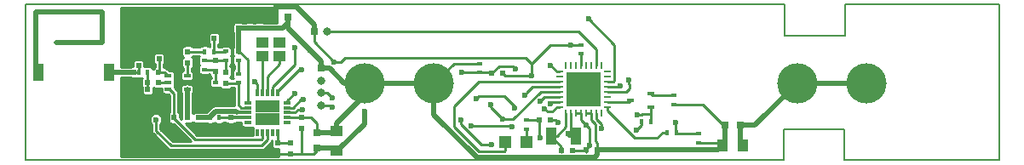
<source format=gbr>
G04 #@! TF.FileFunction,Copper,L1,Top,Signal*
%FSLAX46Y46*%
G04 Gerber Fmt 4.6, Leading zero omitted, Abs format (unit mm)*
G04 Created by KiCad (PCBNEW 4.0.2+dfsg1-stable) date mer 10 ott 2018 09:07:00 CEST*
%MOMM*%
G01*
G04 APERTURE LIST*
%ADD10C,0.100000*%
%ADD11C,0.200000*%
%ADD12C,0.500000*%
%ADD13R,0.800000X0.800000*%
%ADD14O,0.800000X0.800000*%
%ADD15R,0.600000X0.500000*%
%ADD16R,0.500000X0.600000*%
%ADD17R,0.800000X0.750000*%
%ADD18R,1.250000X1.000000*%
%ADD19R,1.000000X1.250000*%
%ADD20R,1.198880X1.198880*%
%ADD21R,0.600000X0.400000*%
%ADD22R,0.711200X0.457200*%
%ADD23R,1.150000X1.000000*%
%ADD24R,1.000000X1.800000*%
%ADD25R,0.400000X0.600000*%
%ADD26R,0.730000X0.300000*%
%ADD27R,0.300000X0.730000*%
%ADD28R,1.250000X1.250000*%
%ADD29R,0.700000X0.250000*%
%ADD30R,0.250000X0.700000*%
%ADD31R,1.725000X1.725000*%
%ADD32C,4.000000*%
%ADD33R,0.500000X0.500000*%
%ADD34R,0.650000X0.400000*%
%ADD35R,0.750000X0.800000*%
%ADD36C,0.600000*%
%ADD37C,0.250000*%
%ADD38C,0.300000*%
%ADD39C,0.226060*%
G04 APERTURE END LIST*
D10*
D11*
X173690280Y-115443000D02*
X98295460Y-115443000D01*
X195072000Y-115443000D02*
X179682660Y-115443000D01*
X179682660Y-112410240D02*
X179682660Y-115443000D01*
X173692820Y-112410240D02*
X179682660Y-112410240D01*
X173692820Y-112410240D02*
X173692820Y-115437920D01*
X173776640Y-99949000D02*
X98298000Y-99949000D01*
X195072000Y-99949000D02*
X179778660Y-99949000D01*
X179778660Y-99949000D02*
X179778660Y-103047800D01*
X173776640Y-103047800D02*
X179778660Y-103047800D01*
X173776640Y-99949000D02*
X173776640Y-103047800D01*
X98298000Y-115443000D02*
X98298000Y-99949000D01*
X195072000Y-99949000D02*
X195072000Y-115443000D01*
D12*
X105947560Y-103711560D02*
X101347560Y-103711560D01*
X105947560Y-100711560D02*
X105947560Y-103711560D01*
X99347560Y-100711560D02*
X105947560Y-100711560D01*
X99347560Y-105811560D02*
X99347560Y-100711560D01*
X109097560Y-106711560D02*
X107097560Y-106711560D01*
D13*
X127000000Y-102631240D03*
D14*
X128250000Y-102631240D03*
D15*
X110454580Y-107731560D03*
X111554580Y-107731560D03*
D16*
X113062500Y-111225240D03*
X113062500Y-112325240D03*
X124659640Y-113734360D03*
X124659640Y-114834360D03*
D17*
X124350440Y-101203760D03*
X122850440Y-101203760D03*
D16*
X123338640Y-113734360D03*
X123338640Y-114834360D03*
X118708400Y-111225240D03*
X118708400Y-112325240D03*
X119475680Y-102330340D03*
X119475680Y-101230340D03*
X120567680Y-102330340D03*
X120567680Y-101230340D03*
X118210560Y-106665940D03*
X118210560Y-107765940D03*
X117042160Y-103344980D03*
X117042160Y-102244980D03*
X117192020Y-105530560D03*
X117192020Y-106630560D03*
X121558680Y-102330340D03*
X121558680Y-101230340D03*
D18*
X129214880Y-112507520D03*
X129214880Y-114507520D03*
D16*
X125709680Y-111212540D03*
X125709680Y-112312540D03*
D15*
X114403100Y-111221520D03*
X115503100Y-111221520D03*
D16*
X111582200Y-105347860D03*
X111582200Y-104247860D03*
X114406680Y-104640200D03*
X114406680Y-105740200D03*
D19*
X167578000Y-113995000D03*
X169578000Y-113995000D03*
D16*
X110453400Y-108413460D03*
X110453400Y-109513460D03*
D15*
X155106220Y-114452600D03*
X154006220Y-114452600D03*
D16*
X109537500Y-106050080D03*
X109537500Y-104950080D03*
D15*
X152667220Y-114477600D03*
X151567220Y-114477600D03*
X149384000Y-111455000D03*
X150484000Y-111455000D03*
X144615260Y-106804860D03*
X145715260Y-106804860D03*
D20*
X148113020Y-113614000D03*
X146014980Y-113614000D03*
D21*
X116102360Y-105524300D03*
X116102360Y-106424300D03*
D22*
X160450000Y-110159400D03*
X160450000Y-108838600D03*
X158418000Y-109499000D03*
D23*
X121819900Y-105118360D03*
X123569900Y-105118360D03*
X123569900Y-103718360D03*
X121819900Y-103718360D03*
D24*
X153013000Y-113055000D03*
X150513000Y-113055000D03*
D21*
X117192020Y-107754420D03*
X117192020Y-108654420D03*
X162711000Y-109006000D03*
X162711000Y-109906000D03*
D25*
X162057000Y-112700000D03*
X162957000Y-112700000D03*
D21*
X165200000Y-113727000D03*
X165200000Y-112827000D03*
X143429260Y-105820860D03*
X143429260Y-106720860D03*
X148131000Y-111462000D03*
X148131000Y-112362000D03*
X119493260Y-104642500D03*
X119493260Y-105542500D03*
X153516000Y-104877000D03*
X153516000Y-103977000D03*
D26*
X120381880Y-109721300D03*
X120381880Y-110221300D03*
X120381880Y-110721300D03*
X120381880Y-111221300D03*
X120381880Y-111721300D03*
D27*
X121346880Y-112686300D03*
X121846880Y-112686300D03*
X122346880Y-112686300D03*
X122846880Y-112686300D03*
X123346880Y-112686300D03*
D26*
X124311880Y-111721300D03*
X124311880Y-111221300D03*
X124311880Y-110721300D03*
X124311880Y-110221300D03*
X124311880Y-109721300D03*
D27*
X123346880Y-108756300D03*
X122846880Y-108756300D03*
X122346880Y-108756300D03*
X121846880Y-108756300D03*
X121346880Y-108756300D03*
D28*
X122971880Y-111346300D03*
X122971880Y-110096300D03*
X121721880Y-111346300D03*
X121721880Y-110096300D03*
D29*
X156170000Y-110157000D03*
X156170000Y-109657000D03*
X156170000Y-109157000D03*
X156170000Y-108657000D03*
X156170000Y-108157000D03*
X156170000Y-107657000D03*
X156170000Y-107157000D03*
X156170000Y-106657000D03*
D30*
X155520000Y-106007000D03*
X155020000Y-106007000D03*
X154520000Y-106007000D03*
X154020000Y-106007000D03*
X153520000Y-106007000D03*
X153020000Y-106007000D03*
X152520000Y-106007000D03*
X152020000Y-106007000D03*
D29*
X151370000Y-106657000D03*
X151370000Y-107157000D03*
X151370000Y-107657000D03*
X151370000Y-108157000D03*
X151370000Y-108657000D03*
X151370000Y-109157000D03*
X151370000Y-109657000D03*
X151370000Y-110157000D03*
D30*
X152020000Y-110807000D03*
X152520000Y-110807000D03*
X153020000Y-110807000D03*
X153520000Y-110807000D03*
X154020000Y-110807000D03*
X154520000Y-110807000D03*
X155020000Y-110807000D03*
X155520000Y-110807000D03*
D31*
X152907500Y-107544500D03*
X152907500Y-109269500D03*
X154632500Y-107544500D03*
X154632500Y-109269500D03*
D32*
X131999000Y-107787000D03*
X138899000Y-107787000D03*
X174999000Y-107771760D03*
X181899000Y-107771760D03*
D13*
X127668020Y-106278360D03*
D14*
X127668020Y-107528360D03*
X127668020Y-108778360D03*
X127668020Y-110028360D03*
D25*
X160442060Y-111653320D03*
X159542060Y-111653320D03*
D33*
X109097560Y-106711560D03*
D24*
X106597560Y-106711560D03*
X99597560Y-106711560D03*
D25*
X116648460Y-111224060D03*
X117548460Y-111224060D03*
D34*
X114378780Y-108371400D03*
X114378780Y-107071400D03*
X112478780Y-107721400D03*
X114378780Y-107721400D03*
X112478780Y-107071400D03*
X112478780Y-108371400D03*
D25*
X116127760Y-104640380D03*
X117027760Y-104640380D03*
D21*
X118208020Y-104632760D03*
X118208020Y-105532760D03*
X119488180Y-107765000D03*
X119488180Y-106865000D03*
D25*
X109544700Y-106705400D03*
X110444700Y-106705400D03*
D17*
X167828000Y-111963000D03*
X169328000Y-111963000D03*
D35*
X127251460Y-112749900D03*
X127251460Y-114249900D03*
D36*
X121277380Y-100457000D03*
X120060720Y-100457000D03*
X118711980Y-100474780D03*
X121445020Y-114782600D03*
X119032020Y-114782600D03*
X116898420Y-114833400D03*
X114889280Y-114858800D03*
X112402620Y-114782600D03*
X111046260Y-114155220D03*
X109616240Y-114556540D03*
X108610400Y-113878360D03*
X109816900Y-113327180D03*
X108158280Y-110665260D03*
X108610400Y-112247680D03*
X109689900Y-111140240D03*
X116095780Y-112295940D03*
X119936260Y-112496600D03*
X118579900Y-108805980D03*
X116723160Y-109761020D03*
X115567460Y-109786420D03*
X116044980Y-108605320D03*
X111975900Y-110261400D03*
X111775240Y-109108240D03*
X109364780Y-109936280D03*
X108249720Y-109174280D03*
X109301280Y-108267500D03*
X108320840Y-107647740D03*
X108130340Y-105143300D03*
X110589060Y-105262680D03*
X108607860Y-103662480D03*
X113070640Y-104449880D03*
X114381280Y-103545640D03*
X113977420Y-102494080D03*
X115194080Y-102803960D03*
X118270020Y-103281480D03*
X118127780Y-101826060D03*
X116933980Y-100990400D03*
X115026440Y-100944680D03*
X113809780Y-101516180D03*
X113022380Y-103233220D03*
X110182660Y-102994460D03*
X108943140Y-102445820D03*
X110898940Y-102090220D03*
X112306100Y-101777800D03*
X111782860Y-100919280D03*
X109849920Y-101183440D03*
X108585000Y-100967540D03*
X126573280Y-104533620D03*
X115206780Y-106227880D03*
X115666520Y-107624880D03*
X110444280Y-104140000D03*
X128998980Y-105671620D03*
X154371859Y-113954947D03*
X131975860Y-110604300D03*
X148569680Y-107055920D03*
X154043380Y-111930380D03*
X149463760Y-113253520D03*
X159004000Y-112471200D03*
X152483820Y-103979980D03*
X118000780Y-112341660D03*
X117983000Y-109684820D03*
X113128781Y-105844441D03*
X110456980Y-112240060D03*
X112138460Y-112222280D03*
X111498380Y-106677460D03*
X111285020Y-111406940D03*
X152219266Y-112826796D03*
X151250096Y-111714787D03*
X147024095Y-106394245D03*
X150497540Y-109801660D03*
X141655800Y-106687620D03*
X149432223Y-109620255D03*
X125907800Y-109453680D03*
X144518380Y-109964220D03*
X145707100Y-111394060D03*
X125867988Y-110403640D03*
X157446980Y-108031980D03*
X158282640Y-107431840D03*
X149894701Y-110327592D03*
X146900900Y-110291880D03*
X143057880Y-109369860D03*
X144600837Y-113923900D03*
X141544220Y-111424720D03*
X162900360Y-111663480D03*
X128816100Y-109278420D03*
X128791557Y-110137789D03*
X159092297Y-110920169D03*
X146692620Y-112138460D03*
X142580360Y-112019080D03*
X155539360Y-112288500D03*
X125072140Y-108783120D03*
X154244040Y-101406960D03*
X125775720Y-106428540D03*
X150506426Y-106003086D03*
X125069780Y-104218740D03*
X147914180Y-108968729D03*
X121114820Y-107627420D03*
D37*
X109544700Y-106705400D02*
X109103720Y-106705400D01*
X109103720Y-106705400D02*
X109097560Y-106711560D01*
X109537500Y-106050080D02*
X109537500Y-106698200D01*
X109537500Y-106698200D02*
X109544700Y-106705400D01*
X110453400Y-108413460D02*
X110453400Y-107732740D01*
X110453400Y-107732740D02*
X110454580Y-107731560D01*
X110444700Y-106705400D02*
X110444700Y-107721680D01*
X110444700Y-107721680D02*
X110454580Y-107731560D01*
X111554580Y-107731560D02*
X112468620Y-107731560D01*
X112468620Y-107731560D02*
X112478780Y-107721400D01*
D12*
X167828000Y-111963000D02*
X167828000Y-113745000D01*
D37*
X167828000Y-113745000D02*
X167578000Y-113995000D01*
X167578000Y-113995000D02*
X167578000Y-113556820D01*
D12*
X127251460Y-112749900D02*
X128972500Y-112749900D01*
D37*
X128972500Y-112749900D02*
X129214880Y-112507520D01*
X127493840Y-112507520D02*
X127251460Y-112749900D01*
D12*
X155106220Y-114452600D02*
X155106220Y-114952600D01*
X155106220Y-114952600D02*
X154853819Y-115205001D01*
X154853819Y-115205001D02*
X154473999Y-115205001D01*
X143185253Y-115205001D02*
X154473999Y-115205001D01*
X138899000Y-110918748D02*
X143185253Y-115205001D01*
X138899000Y-107787000D02*
X138899000Y-110918748D01*
X155106220Y-114452600D02*
X167120400Y-114452600D01*
X167120400Y-114452600D02*
X167578000Y-113995000D01*
D37*
X154520000Y-111407000D02*
X154520000Y-110807000D01*
X154520000Y-111481998D02*
X154520000Y-111407000D01*
X154914340Y-111876338D02*
X154520000Y-111481998D01*
X154914340Y-113532676D02*
X154914340Y-111876338D01*
X155095480Y-114076480D02*
X155095480Y-113713816D01*
X155095480Y-113713816D02*
X154914340Y-113532676D01*
D12*
X128500376Y-106278360D02*
X130009016Y-107787000D01*
X127668020Y-106278360D02*
X128500376Y-106278360D01*
X130009016Y-107787000D02*
X131999000Y-107787000D01*
D37*
X155074000Y-114605000D02*
X155124000Y-114605000D01*
X143429260Y-105820860D02*
X140865140Y-105820860D01*
X140865140Y-105820860D02*
X138899000Y-107787000D01*
D12*
X129214880Y-112507520D02*
X129214880Y-111757520D01*
X129214880Y-111757520D02*
X131999000Y-108973400D01*
D37*
X131999000Y-108973400D02*
X131999000Y-107787000D01*
D12*
X127668020Y-105628360D02*
X126573280Y-104533620D01*
X126573280Y-104533620D02*
X124350440Y-102310780D01*
X127668020Y-106278360D02*
X127668020Y-105628360D01*
X124350440Y-102310780D02*
X124350440Y-101828760D01*
X124350440Y-101828760D02*
X124350440Y-101203760D01*
D37*
X120381880Y-109721300D02*
X120381880Y-105431120D01*
X120381880Y-105431120D02*
X119593260Y-104642500D01*
X119593260Y-104642500D02*
X119493260Y-104642500D01*
D12*
X131999000Y-107787000D02*
X134827427Y-107787000D01*
X134827427Y-107787000D02*
X138899000Y-107787000D01*
D37*
X155124000Y-114105000D02*
X155095480Y-114076480D01*
X154020000Y-110807000D02*
X154520000Y-110807000D01*
X155124000Y-114605000D02*
X155124000Y-114105000D01*
X162711000Y-109906000D02*
X165646000Y-109906000D01*
X165646000Y-109906000D02*
X167578000Y-111838000D01*
X167578000Y-111838000D02*
X167578000Y-111963000D01*
X165200000Y-113727000D02*
X167310000Y-113727000D01*
X167310000Y-113727000D02*
X167578000Y-113995000D01*
D12*
X121558680Y-102330340D02*
X123848860Y-102330340D01*
X123848860Y-102330340D02*
X124350440Y-101828760D01*
X120567680Y-102330340D02*
X121558680Y-102330340D01*
X119475680Y-102330340D02*
X120567680Y-102330340D01*
X119493260Y-104642500D02*
X119493260Y-102347920D01*
D37*
X119493260Y-102347920D02*
X119475680Y-102330340D01*
X124311880Y-111221300D02*
X125700920Y-111221300D01*
X125700920Y-111221300D02*
X125709680Y-111212540D01*
X129207260Y-112499900D02*
X129214880Y-112507520D01*
X127251460Y-112499900D02*
X127251460Y-111749900D01*
X127251460Y-111749900D02*
X126714100Y-111212540D01*
X126714100Y-111212540D02*
X126209680Y-111212540D01*
X126209680Y-111212540D02*
X125709680Y-111212540D01*
D12*
X169328000Y-111963000D02*
X169328000Y-113745000D01*
D37*
X169328000Y-113745000D02*
X169578000Y-113995000D01*
D12*
X127251460Y-114249900D02*
X128957260Y-114249900D01*
D37*
X128957260Y-114249900D02*
X129214880Y-114507520D01*
X152483820Y-103979980D02*
X150441660Y-103979980D01*
X150441660Y-103979980D02*
X148569680Y-105851960D01*
X128998980Y-105671620D02*
X129667000Y-105671620D01*
X148569680Y-105851960D02*
X148569680Y-107055920D01*
X129667000Y-105671620D02*
X130042761Y-105295859D01*
X130042761Y-105295859D02*
X148013579Y-105295859D01*
X148013579Y-105295859D02*
X148569680Y-105851960D01*
X127000000Y-102631240D02*
X127000000Y-103672640D01*
X127000000Y-103672640D02*
X128998980Y-105671620D01*
D12*
X122850440Y-101203760D02*
X122850440Y-100578760D01*
X122850440Y-100578760D02*
X123231280Y-100197920D01*
X123231280Y-100197920D02*
X125216680Y-100197920D01*
X125216680Y-100197920D02*
X127000000Y-101981240D01*
X127000000Y-101981240D02*
X127000000Y-102631240D01*
D37*
X154043380Y-111930380D02*
X153520000Y-111407000D01*
X153520000Y-111407000D02*
X153520000Y-110807000D01*
X154371859Y-113954947D02*
X154371859Y-112258859D01*
X154371859Y-112258859D02*
X154043380Y-111930380D01*
X154006220Y-114320586D02*
X154371859Y-113954947D01*
X154006220Y-114452600D02*
X154006220Y-114320586D01*
X152667220Y-114477600D02*
X153981220Y-114477600D01*
X153981220Y-114477600D02*
X154006220Y-114452600D01*
X129214880Y-114507520D02*
X129339880Y-114507520D01*
D12*
X129339880Y-114507520D02*
X131975860Y-111871540D01*
X131975860Y-111871540D02*
X131975860Y-110604300D01*
D37*
X148569680Y-107055920D02*
X145966320Y-107055920D01*
X145966320Y-107055920D02*
X145715260Y-106804860D01*
X149384000Y-111455000D02*
X149384000Y-113173760D01*
X149384000Y-113173760D02*
X149463760Y-113253520D01*
X153020000Y-110807000D02*
X153520000Y-110807000D01*
X159542060Y-111653320D02*
X159542060Y-111933140D01*
X159542060Y-111933140D02*
X159004000Y-112471200D01*
X154024000Y-114605000D02*
X154024000Y-114447998D01*
X153516000Y-103977000D02*
X152486800Y-103977000D01*
X152486800Y-103977000D02*
X152483820Y-103979980D01*
X124659640Y-114834360D02*
X125730000Y-114834360D01*
X125730000Y-114834360D02*
X126917000Y-114834360D01*
X125730000Y-112882860D02*
X125730000Y-114834360D01*
X125709680Y-112312540D02*
X125709680Y-112862540D01*
X125709680Y-112862540D02*
X125730000Y-112882860D01*
X129207260Y-114499900D02*
X129214880Y-114507520D01*
X126917000Y-114834360D02*
X127251460Y-114499900D01*
X123338640Y-114834360D02*
X124659640Y-114834360D01*
X122850440Y-101203760D02*
X122875440Y-101203760D01*
D12*
X117042160Y-102244980D02*
X113535080Y-102244980D01*
D37*
X113535080Y-102244980D02*
X111582200Y-104197860D01*
X111582200Y-104197860D02*
X111582200Y-104247860D01*
X118000780Y-112341660D02*
X118691980Y-112341660D01*
X118691980Y-112341660D02*
X118708400Y-112325240D01*
X117192020Y-108654420D02*
X117192020Y-108893840D01*
X117192020Y-108893840D02*
X117983000Y-109684820D01*
X110456980Y-112240060D02*
X110456980Y-109517040D01*
X110456980Y-109517040D02*
X110453400Y-109513460D01*
X113062500Y-112325240D02*
X112241420Y-112325240D01*
X112241420Y-112325240D02*
X112138460Y-112222280D01*
X111582200Y-104297860D02*
X111582200Y-104247860D01*
X114378780Y-107721400D02*
X113803780Y-107721400D01*
X113803780Y-107721400D02*
X113128781Y-107046401D01*
X113128781Y-107046401D02*
X113128781Y-105844441D01*
X113128781Y-105844441D02*
X111582200Y-104297860D01*
X111582200Y-104247860D02*
X110239720Y-104247860D01*
X110239720Y-104247860D02*
X109537500Y-104950080D01*
D12*
X119475680Y-101230340D02*
X118006800Y-101230340D01*
X118006800Y-101230340D02*
X117042160Y-102194980D01*
D37*
X117042160Y-102194980D02*
X117042160Y-102244980D01*
D12*
X120567680Y-101230340D02*
X119475680Y-101230340D01*
X121558680Y-101230340D02*
X120567680Y-101230340D01*
X122850440Y-101203760D02*
X121585260Y-101203760D01*
D37*
X121585260Y-101203760D02*
X121558680Y-101230340D01*
X117192020Y-108654420D02*
X116642020Y-108654420D01*
X116642020Y-108654420D02*
X115709000Y-107721400D01*
X115709000Y-107721400D02*
X114953780Y-107721400D01*
X114953780Y-107721400D02*
X114378780Y-107721400D01*
D12*
X174999000Y-107771760D02*
X170807760Y-111963000D01*
X170807760Y-111963000D02*
X169578000Y-111963000D01*
X174999000Y-107771760D02*
X177827427Y-107771760D01*
X177827427Y-107771760D02*
X181899000Y-107771760D01*
D37*
X148131000Y-111462000D02*
X149377000Y-111462000D01*
X149377000Y-111462000D02*
X149384000Y-111455000D01*
X153999000Y-114630000D02*
X154024000Y-114605000D01*
X113062500Y-111275240D02*
X113062500Y-111225240D01*
X121756882Y-113376301D02*
X115163561Y-113376301D01*
X121846880Y-113286303D02*
X121756882Y-113376301D01*
X115163561Y-113376301D02*
X113062500Y-111275240D01*
X121846880Y-112686300D02*
X121846880Y-113286303D01*
X113062500Y-111225240D02*
X113062500Y-108830120D01*
X113062500Y-108830120D02*
X112603780Y-108371400D01*
X112603780Y-108371400D02*
X112478780Y-108371400D01*
X123338640Y-113734360D02*
X124659640Y-113734360D01*
X123338640Y-113734360D02*
X123338640Y-112694540D01*
X123338640Y-112694540D02*
X123346880Y-112686300D01*
X117548460Y-111224060D02*
X118707220Y-111224060D01*
X118707220Y-111224060D02*
X118708400Y-111225240D01*
D38*
X118708400Y-111225240D02*
X120377940Y-111225240D01*
D37*
X120377940Y-111225240D02*
X120381880Y-111221300D01*
X118208020Y-105532760D02*
X118208020Y-106663400D01*
X118208020Y-106663400D02*
X118210560Y-106665940D01*
X117192020Y-105530560D02*
X118205820Y-105530560D01*
X118205820Y-105530560D02*
X118208020Y-105532760D01*
X116102360Y-105524300D02*
X117185760Y-105524300D01*
X117185760Y-105524300D02*
X117192020Y-105530560D01*
X118210560Y-107765940D02*
X119487240Y-107765940D01*
X119487240Y-107765940D02*
X119488180Y-107765000D01*
X120381880Y-110221300D02*
X119766880Y-110221300D01*
X119766880Y-110221300D02*
X119488180Y-109942600D01*
X119488180Y-109942600D02*
X119488180Y-108215000D01*
X119488180Y-108215000D02*
X119488180Y-107765000D01*
X117027760Y-104640380D02*
X118200400Y-104640380D01*
X118200400Y-104640380D02*
X118208020Y-104632760D01*
X117042160Y-103344980D02*
X117042160Y-104625980D01*
X117042160Y-104625980D02*
X117027760Y-104640380D01*
X116102360Y-106424300D02*
X116985760Y-106424300D01*
X116985760Y-106424300D02*
X117192020Y-106630560D01*
X117192020Y-107754420D02*
X117192020Y-106630560D01*
D12*
X114378780Y-108371400D02*
X114378780Y-111197200D01*
D37*
X114378780Y-111197200D02*
X114403100Y-111221520D01*
D38*
X120381880Y-110721300D02*
X119339462Y-110721300D01*
D12*
X119217221Y-110599059D02*
X117173461Y-110599059D01*
X119339462Y-110721300D02*
X119217221Y-110599059D01*
X117173461Y-110599059D02*
X116648460Y-111124060D01*
D37*
X116648460Y-111124060D02*
X116648460Y-111224060D01*
D12*
X115503100Y-111221520D02*
X116645920Y-111221520D01*
D37*
X116645920Y-111221520D02*
X116648460Y-111224060D01*
X111498380Y-106677460D02*
X112084840Y-106677460D01*
X112084840Y-106677460D02*
X112478780Y-107071400D01*
X111582200Y-105347860D02*
X111582200Y-106593640D01*
X111582200Y-106593640D02*
X111498380Y-106677460D01*
X112763300Y-114010440D02*
X111285020Y-112532160D01*
X111285020Y-112532160D02*
X111285020Y-111406940D01*
X121759153Y-114010440D02*
X112763300Y-114010440D01*
X122346880Y-113422713D02*
X121759153Y-114010440D01*
X122346880Y-112686300D02*
X122346880Y-113422713D01*
X116127760Y-104640380D02*
X114406860Y-104640380D01*
X114406860Y-104640380D02*
X114406680Y-104640200D01*
X114406680Y-105740200D02*
X114406680Y-107043500D01*
X114406680Y-107043500D02*
X114378780Y-107071400D01*
X114378780Y-105768100D02*
X114406680Y-105740200D01*
X151103677Y-113055000D02*
X150513000Y-113055000D01*
X152020000Y-112138677D02*
X151103677Y-113055000D01*
X152020000Y-110807000D02*
X152020000Y-112138677D01*
X151585000Y-114630000D02*
X151585000Y-114127000D01*
X151585000Y-114127000D02*
X150513000Y-113055000D01*
X152263000Y-113055000D02*
X152219266Y-113011266D01*
X152219266Y-113011266D02*
X152219266Y-112826796D01*
X153013000Y-113055000D02*
X152263000Y-113055000D01*
X150484000Y-111455000D02*
X150990309Y-111455000D01*
X150990309Y-111455000D02*
X151250096Y-111714787D01*
X152520000Y-110807000D02*
X152520000Y-112562000D01*
X152520000Y-112562000D02*
X153013000Y-113055000D01*
X144615260Y-106804860D02*
X144665260Y-106804860D01*
X146724096Y-106094246D02*
X147024095Y-106394245D01*
X145375874Y-106094246D02*
X146724096Y-106094246D01*
X144665260Y-106804860D02*
X145375874Y-106094246D01*
X150497540Y-109801660D02*
X150642200Y-109657000D01*
X150642200Y-109657000D02*
X151370000Y-109657000D01*
X141655800Y-106687620D02*
X143396020Y-106687620D01*
X143396020Y-106687620D02*
X143429260Y-106720860D01*
X143429260Y-106720860D02*
X144531260Y-106720860D01*
X144531260Y-106720860D02*
X144615260Y-106804860D01*
X149895478Y-109157000D02*
X149732222Y-109320256D01*
X151370000Y-109157000D02*
X149895478Y-109157000D01*
X149732222Y-109320256D02*
X149432223Y-109620255D01*
X124311880Y-110221300D02*
X124929507Y-110221300D01*
X124929507Y-110221300D02*
X125697127Y-109453680D01*
X125697127Y-109453680D02*
X125907800Y-109453680D01*
X144518380Y-109964220D02*
X144518380Y-110205340D01*
X144518380Y-110205340D02*
X145707100Y-111394060D01*
X151370000Y-108657000D02*
X149511582Y-108657000D01*
X146131364Y-111394060D02*
X145707100Y-111394060D01*
X149511582Y-108657000D02*
X146774522Y-111394060D01*
X146774522Y-111394060D02*
X146131364Y-111394060D01*
X125443724Y-110403640D02*
X125867988Y-110403640D01*
X124311880Y-110721300D02*
X125065918Y-110721300D01*
X125065918Y-110721300D02*
X125383578Y-110403640D01*
X125383578Y-110403640D02*
X125443724Y-110403640D01*
X157321960Y-108157000D02*
X157446980Y-108031980D01*
X156170000Y-108157000D02*
X157321960Y-108157000D01*
X158310580Y-108323380D02*
X157976960Y-108657000D01*
X157976960Y-108657000D02*
X156170000Y-108657000D01*
X158310580Y-107884044D02*
X158310580Y-108323380D01*
X158282640Y-107431840D02*
X158282640Y-107856104D01*
X158282640Y-107856104D02*
X158310580Y-107884044D01*
X150674409Y-110627591D02*
X150194700Y-110627591D01*
X150194700Y-110627591D02*
X149894701Y-110327592D01*
X151145000Y-110157000D02*
X150674409Y-110627591D01*
X151370000Y-110157000D02*
X151145000Y-110157000D01*
X145859221Y-109069861D02*
X146900900Y-110111540D01*
X146900900Y-110111540D02*
X146900900Y-110291880D01*
X143057880Y-109369860D02*
X143357879Y-109069861D01*
X143357879Y-109069861D02*
X145859221Y-109069861D01*
X148113020Y-113614000D02*
X148113020Y-112379980D01*
X148113020Y-112379980D02*
X148131000Y-112362000D01*
X143342360Y-114548920D02*
X140919200Y-112125760D01*
X140919200Y-112125760D02*
X140919200Y-110088680D01*
X145929500Y-114548920D02*
X143342360Y-114548920D01*
X146014980Y-113614000D02*
X146014980Y-114463440D01*
X146014980Y-114463440D02*
X145929500Y-114548920D01*
X150746079Y-107680921D02*
X150770000Y-107657000D01*
X150770000Y-107657000D02*
X151370000Y-107657000D01*
X143326959Y-107680921D02*
X150746079Y-107680921D01*
X140919200Y-110088680D02*
X143326959Y-107680921D01*
X119493260Y-105542500D02*
X119493260Y-106859920D01*
X119493260Y-106859920D02*
X119488180Y-106865000D01*
X144176573Y-113923900D02*
X144600837Y-113923900D01*
X143584890Y-113923900D02*
X144176573Y-113923900D01*
X141544220Y-111883230D02*
X143584890Y-113923900D01*
X141544220Y-111424720D02*
X141544220Y-111883230D01*
X162900360Y-111663480D02*
X162900360Y-112643360D01*
X162900360Y-112643360D02*
X162957000Y-112700000D01*
X128316040Y-108778360D02*
X128816100Y-109278420D01*
X127668020Y-108778360D02*
X128316040Y-108778360D01*
X165200000Y-112827000D02*
X163084000Y-112827000D01*
X163084000Y-112827000D02*
X162957000Y-112700000D01*
X127668020Y-110028360D02*
X128682128Y-110028360D01*
X128682128Y-110028360D02*
X128791557Y-110137789D01*
X160450000Y-110159400D02*
X160450000Y-110858300D01*
X160450000Y-110858300D02*
X160450000Y-111645380D01*
X159092297Y-110920169D02*
X159516561Y-110920169D01*
X159516561Y-110920169D02*
X159578430Y-110858300D01*
X159578430Y-110858300D02*
X160450000Y-110858300D01*
X146573240Y-112019080D02*
X146692620Y-112138460D01*
X142580360Y-112019080D02*
X146573240Y-112019080D01*
X160450000Y-111645380D02*
X160442060Y-111653320D01*
X162711000Y-109006000D02*
X160617400Y-109006000D01*
X160617400Y-109006000D02*
X160450000Y-108838600D01*
X158418000Y-109499000D02*
X158260000Y-109657000D01*
X158260000Y-109657000D02*
X156170000Y-109657000D01*
X121819900Y-105118360D02*
X121819900Y-105868360D01*
X121819900Y-105868360D02*
X121846880Y-105895340D01*
X121846880Y-105895340D02*
X121846880Y-108141300D01*
X121846880Y-108141300D02*
X121846880Y-108756300D01*
X123569900Y-105118360D02*
X123569900Y-105868360D01*
X123569900Y-105868360D02*
X122346880Y-107091380D01*
X122346880Y-107091380D02*
X122346880Y-108141300D01*
X122346880Y-108141300D02*
X122346880Y-108756300D01*
X158888000Y-113250000D02*
X156170000Y-110532000D01*
X156170000Y-110532000D02*
X156170000Y-110157000D01*
X161057000Y-113250000D02*
X158888000Y-113250000D01*
X161607000Y-112700000D02*
X161057000Y-113250000D01*
X162057000Y-112700000D02*
X161607000Y-112700000D01*
X153516000Y-104877000D02*
X153516000Y-106003000D01*
X153516000Y-106003000D02*
X153520000Y-106007000D01*
X155539360Y-111864236D02*
X155539360Y-112288500D01*
X155020000Y-110807000D02*
X155020000Y-111344876D01*
X155020000Y-111344876D02*
X155539360Y-111864236D01*
X124311880Y-109721300D02*
X124311880Y-109543380D01*
X124311880Y-109543380D02*
X125072140Y-108783120D01*
X154244040Y-101406960D02*
X156845001Y-104007921D01*
X156845001Y-104007921D02*
X156845001Y-107581999D01*
X156845001Y-107581999D02*
X156770000Y-107657000D01*
X156770000Y-107657000D02*
X156170000Y-107657000D01*
X123346880Y-108756300D02*
X123346880Y-108541300D01*
X123346880Y-108541300D02*
X125459640Y-106428540D01*
X125459640Y-106428540D02*
X125775720Y-106428540D01*
X151145000Y-106657000D02*
X150506426Y-106018426D01*
X151370000Y-106657000D02*
X151145000Y-106657000D01*
X150506426Y-106018426D02*
X150506426Y-106003086D01*
X125069780Y-104643004D02*
X125069780Y-104218740D01*
X122846880Y-108141300D02*
X125069780Y-105918400D01*
X122846880Y-108756300D02*
X122846880Y-108141300D01*
X125069780Y-105918400D02*
X125069780Y-104643004D01*
X148214179Y-108668730D02*
X147914180Y-108968729D01*
X151370000Y-108157000D02*
X148725909Y-108157000D01*
X148725909Y-108157000D02*
X148214179Y-108668730D01*
X121346880Y-108756300D02*
X121346880Y-107859480D01*
X121346880Y-107859480D02*
X121114820Y-107627420D01*
X128250000Y-102631240D02*
X153255242Y-102631240D01*
X153255242Y-102631240D02*
X155020000Y-104395998D01*
X155020000Y-104395998D02*
X155020000Y-105407000D01*
X155020000Y-105407000D02*
X155020000Y-106007000D01*
D39*
G36*
X108723388Y-107255577D02*
X108847560Y-107280722D01*
X109193167Y-107280722D01*
X109220528Y-107299417D01*
X109344700Y-107324562D01*
X109744700Y-107324562D01*
X109860702Y-107302735D01*
X109927100Y-107260009D01*
X109860563Y-107357388D01*
X109835418Y-107481560D01*
X109835418Y-107981560D01*
X109857245Y-108097562D01*
X109884238Y-108139510D01*
X109884238Y-108713460D01*
X109906065Y-108829462D01*
X109974622Y-108936002D01*
X110079228Y-109007477D01*
X110203400Y-109032622D01*
X110703400Y-109032622D01*
X110819402Y-109010795D01*
X110925942Y-108942238D01*
X110997417Y-108837632D01*
X111022562Y-108713460D01*
X111022562Y-108199067D01*
X111025802Y-108204102D01*
X111130408Y-108275577D01*
X111254580Y-108300722D01*
X111834618Y-108300722D01*
X111834618Y-108571400D01*
X111856445Y-108687402D01*
X111925002Y-108793942D01*
X112029608Y-108865417D01*
X112153780Y-108890562D01*
X112503474Y-108890562D01*
X112624470Y-109011558D01*
X112624470Y-110674254D01*
X112589958Y-110696462D01*
X112518483Y-110801068D01*
X112493338Y-110925240D01*
X112493338Y-111525240D01*
X112515165Y-111641242D01*
X112583722Y-111747782D01*
X112688328Y-111819257D01*
X112812500Y-111844402D01*
X113012194Y-111844402D01*
X114740202Y-113572410D01*
X112944738Y-113572410D01*
X111723050Y-112350722D01*
X111723050Y-111835874D01*
X111804419Y-111754647D01*
X111897943Y-111529414D01*
X111898156Y-111285536D01*
X111805025Y-111060140D01*
X111632727Y-110887541D01*
X111407494Y-110794017D01*
X111163616Y-110793804D01*
X110938220Y-110886935D01*
X110765621Y-111059233D01*
X110672097Y-111284466D01*
X110671884Y-111528344D01*
X110765015Y-111753740D01*
X110846990Y-111835858D01*
X110846990Y-112532160D01*
X110880333Y-112699787D01*
X110975286Y-112841894D01*
X112453566Y-114320174D01*
X112595673Y-114415127D01*
X112763300Y-114448470D01*
X121759153Y-114448470D01*
X121926780Y-114415127D01*
X122068887Y-114320174D01*
X122656614Y-113732447D01*
X122751567Y-113590340D01*
X122769478Y-113500295D01*
X122769478Y-114034360D01*
X122791305Y-114150362D01*
X122859862Y-114256902D01*
X122964468Y-114328377D01*
X123088640Y-114353522D01*
X123418020Y-114353522D01*
X123424376Y-115079970D01*
X107828284Y-115079970D01*
X107808980Y-107224590D01*
X108678038Y-107224590D01*
X108723388Y-107255577D01*
X108723388Y-107255577D01*
G37*
X108723388Y-107255577D02*
X108847560Y-107280722D01*
X109193167Y-107280722D01*
X109220528Y-107299417D01*
X109344700Y-107324562D01*
X109744700Y-107324562D01*
X109860702Y-107302735D01*
X109927100Y-107260009D01*
X109860563Y-107357388D01*
X109835418Y-107481560D01*
X109835418Y-107981560D01*
X109857245Y-108097562D01*
X109884238Y-108139510D01*
X109884238Y-108713460D01*
X109906065Y-108829462D01*
X109974622Y-108936002D01*
X110079228Y-109007477D01*
X110203400Y-109032622D01*
X110703400Y-109032622D01*
X110819402Y-109010795D01*
X110925942Y-108942238D01*
X110997417Y-108837632D01*
X111022562Y-108713460D01*
X111022562Y-108199067D01*
X111025802Y-108204102D01*
X111130408Y-108275577D01*
X111254580Y-108300722D01*
X111834618Y-108300722D01*
X111834618Y-108571400D01*
X111856445Y-108687402D01*
X111925002Y-108793942D01*
X112029608Y-108865417D01*
X112153780Y-108890562D01*
X112503474Y-108890562D01*
X112624470Y-109011558D01*
X112624470Y-110674254D01*
X112589958Y-110696462D01*
X112518483Y-110801068D01*
X112493338Y-110925240D01*
X112493338Y-111525240D01*
X112515165Y-111641242D01*
X112583722Y-111747782D01*
X112688328Y-111819257D01*
X112812500Y-111844402D01*
X113012194Y-111844402D01*
X114740202Y-113572410D01*
X112944738Y-113572410D01*
X111723050Y-112350722D01*
X111723050Y-111835874D01*
X111804419Y-111754647D01*
X111897943Y-111529414D01*
X111898156Y-111285536D01*
X111805025Y-111060140D01*
X111632727Y-110887541D01*
X111407494Y-110794017D01*
X111163616Y-110793804D01*
X110938220Y-110886935D01*
X110765621Y-111059233D01*
X110672097Y-111284466D01*
X110671884Y-111528344D01*
X110765015Y-111753740D01*
X110846990Y-111835858D01*
X110846990Y-112532160D01*
X110880333Y-112699787D01*
X110975286Y-112841894D01*
X112453566Y-114320174D01*
X112595673Y-114415127D01*
X112763300Y-114448470D01*
X121759153Y-114448470D01*
X121926780Y-114415127D01*
X122068887Y-114320174D01*
X122656614Y-113732447D01*
X122751567Y-113590340D01*
X122769478Y-113500295D01*
X122769478Y-114034360D01*
X122791305Y-114150362D01*
X122859862Y-114256902D01*
X122964468Y-114328377D01*
X123088640Y-114353522D01*
X123418020Y-114353522D01*
X123424376Y-115079970D01*
X107828284Y-115079970D01*
X107808980Y-107224590D01*
X108678038Y-107224590D01*
X108723388Y-107255577D01*
G36*
X114974322Y-111694062D02*
X115078928Y-111765537D01*
X115203100Y-111790682D01*
X115803100Y-111790682D01*
X115835689Y-111784550D01*
X116275220Y-111784550D01*
X116324288Y-111818077D01*
X116448460Y-111843222D01*
X116848460Y-111843222D01*
X116964462Y-111821395D01*
X117071002Y-111752838D01*
X117098139Y-111713123D01*
X117119682Y-111746602D01*
X117224288Y-111818077D01*
X117348460Y-111843222D01*
X117748460Y-111843222D01*
X117864462Y-111821395D01*
X117971002Y-111752838D01*
X118033008Y-111662090D01*
X118174480Y-111662090D01*
X118229622Y-111747782D01*
X118334228Y-111819257D01*
X118458400Y-111844402D01*
X118958400Y-111844402D01*
X119074402Y-111822575D01*
X119180942Y-111754018D01*
X119225866Y-111688270D01*
X119697718Y-111688270D01*
X119697718Y-111871300D01*
X119719545Y-111987302D01*
X119788102Y-112093842D01*
X119892708Y-112165317D01*
X120016880Y-112190462D01*
X120746880Y-112190462D01*
X120853070Y-112170481D01*
X120868102Y-112193842D01*
X120899222Y-112215106D01*
X120877718Y-112321300D01*
X120877718Y-112938271D01*
X115344999Y-112938271D01*
X114197410Y-111790682D01*
X114703100Y-111790682D01*
X114819102Y-111768855D01*
X114925642Y-111700298D01*
X114952779Y-111660583D01*
X114974322Y-111694062D01*
X114974322Y-111694062D01*
G37*
X114974322Y-111694062D02*
X115078928Y-111765537D01*
X115203100Y-111790682D01*
X115803100Y-111790682D01*
X115835689Y-111784550D01*
X116275220Y-111784550D01*
X116324288Y-111818077D01*
X116448460Y-111843222D01*
X116848460Y-111843222D01*
X116964462Y-111821395D01*
X117071002Y-111752838D01*
X117098139Y-111713123D01*
X117119682Y-111746602D01*
X117224288Y-111818077D01*
X117348460Y-111843222D01*
X117748460Y-111843222D01*
X117864462Y-111821395D01*
X117971002Y-111752838D01*
X118033008Y-111662090D01*
X118174480Y-111662090D01*
X118229622Y-111747782D01*
X118334228Y-111819257D01*
X118458400Y-111844402D01*
X118958400Y-111844402D01*
X119074402Y-111822575D01*
X119180942Y-111754018D01*
X119225866Y-111688270D01*
X119697718Y-111688270D01*
X119697718Y-111871300D01*
X119719545Y-111987302D01*
X119788102Y-112093842D01*
X119892708Y-112165317D01*
X120016880Y-112190462D01*
X120746880Y-112190462D01*
X120853070Y-112170481D01*
X120868102Y-112193842D01*
X120899222Y-112215106D01*
X120877718Y-112321300D01*
X120877718Y-112938271D01*
X115344999Y-112938271D01*
X114197410Y-111790682D01*
X114703100Y-111790682D01*
X114819102Y-111768855D01*
X114925642Y-111700298D01*
X114952779Y-111660583D01*
X114974322Y-111694062D01*
G36*
X123307907Y-101767310D02*
X121978202Y-101767310D01*
X121932852Y-101736323D01*
X121808680Y-101711178D01*
X121308680Y-101711178D01*
X121192678Y-101733005D01*
X121139367Y-101767310D01*
X120987202Y-101767310D01*
X120941852Y-101736323D01*
X120817680Y-101711178D01*
X120317680Y-101711178D01*
X120201678Y-101733005D01*
X120148367Y-101767310D01*
X119895202Y-101767310D01*
X119849852Y-101736323D01*
X119725680Y-101711178D01*
X119225680Y-101711178D01*
X119109678Y-101733005D01*
X119003138Y-101801562D01*
X118931663Y-101906168D01*
X118906518Y-102030340D01*
X118906518Y-102630340D01*
X118928345Y-102746342D01*
X118930230Y-102749271D01*
X118930230Y-104272978D01*
X118899243Y-104318328D01*
X118874098Y-104442500D01*
X118874098Y-104842500D01*
X118895925Y-104958502D01*
X118964482Y-105065042D01*
X119004197Y-105092179D01*
X118970718Y-105113722D01*
X118899243Y-105218328D01*
X118874098Y-105342500D01*
X118874098Y-105742500D01*
X118895925Y-105858502D01*
X118964482Y-105965042D01*
X119055230Y-106027048D01*
X119055230Y-106378571D01*
X118965638Y-106436222D01*
X118894163Y-106540828D01*
X118869018Y-106665000D01*
X118869018Y-107065000D01*
X118890845Y-107181002D01*
X118959402Y-107287542D01*
X118999117Y-107314679D01*
X118978555Y-107327910D01*
X118743720Y-107327910D01*
X118689338Y-107243398D01*
X118649623Y-107216261D01*
X118683102Y-107194718D01*
X118754577Y-107090112D01*
X118779722Y-106965940D01*
X118779722Y-106365940D01*
X118757895Y-106249938D01*
X118689338Y-106143398D01*
X118646050Y-106113820D01*
X118646050Y-106015920D01*
X118730562Y-105961538D01*
X118802037Y-105856932D01*
X118827182Y-105732760D01*
X118827182Y-105332760D01*
X118805355Y-105216758D01*
X118736798Y-105110218D01*
X118697083Y-105083081D01*
X118730562Y-105061538D01*
X118802037Y-104956932D01*
X118827182Y-104832760D01*
X118827182Y-104432760D01*
X118805355Y-104316758D01*
X118736798Y-104210218D01*
X118632192Y-104138743D01*
X118508020Y-104113598D01*
X117908020Y-104113598D01*
X117792018Y-104135425D01*
X117688014Y-104202350D01*
X117510920Y-104202350D01*
X117480190Y-104154594D01*
X117480190Y-103895966D01*
X117514702Y-103873758D01*
X117586177Y-103769152D01*
X117611322Y-103644980D01*
X117611322Y-103044980D01*
X117589495Y-102928978D01*
X117520938Y-102822438D01*
X117416332Y-102750963D01*
X117292160Y-102725818D01*
X116792160Y-102725818D01*
X116676158Y-102747645D01*
X116569618Y-102816202D01*
X116498143Y-102920808D01*
X116472998Y-103044980D01*
X116472998Y-103644980D01*
X116494825Y-103760982D01*
X116563382Y-103867522D01*
X116604130Y-103895364D01*
X116604130Y-104113194D01*
X116578081Y-104151317D01*
X116556538Y-104117838D01*
X116451932Y-104046363D01*
X116327760Y-104021218D01*
X115927760Y-104021218D01*
X115811758Y-104043045D01*
X115705218Y-104111602D01*
X115643212Y-104202350D01*
X114939956Y-104202350D01*
X114885458Y-104117658D01*
X114780852Y-104046183D01*
X114656680Y-104021038D01*
X114156680Y-104021038D01*
X114040678Y-104042865D01*
X113934138Y-104111422D01*
X113862663Y-104216028D01*
X113837518Y-104340200D01*
X113837518Y-104940200D01*
X113859345Y-105056202D01*
X113927902Y-105162742D01*
X113967617Y-105189879D01*
X113934138Y-105211422D01*
X113862663Y-105316028D01*
X113837518Y-105440200D01*
X113837518Y-106040200D01*
X113859345Y-106156202D01*
X113927902Y-106262742D01*
X113968650Y-106290584D01*
X113968650Y-106568256D01*
X113937778Y-106574065D01*
X113831238Y-106642622D01*
X113759763Y-106747228D01*
X113734618Y-106871400D01*
X113734618Y-107271400D01*
X113756445Y-107387402D01*
X113825002Y-107493942D01*
X113929608Y-107565417D01*
X114053780Y-107590562D01*
X114703780Y-107590562D01*
X114819782Y-107568735D01*
X114926322Y-107500178D01*
X114997797Y-107395572D01*
X115022942Y-107271400D01*
X115022942Y-106871400D01*
X115001115Y-106755398D01*
X114932558Y-106648858D01*
X114844710Y-106588833D01*
X114844710Y-106291186D01*
X114879222Y-106268978D01*
X114950697Y-106164372D01*
X114975842Y-106040200D01*
X114975842Y-105440200D01*
X114954015Y-105324198D01*
X114885458Y-105217658D01*
X114845743Y-105190521D01*
X114879222Y-105168978D01*
X114941105Y-105078410D01*
X115606411Y-105078410D01*
X115579818Y-105095522D01*
X115508343Y-105200128D01*
X115483198Y-105324300D01*
X115483198Y-105724300D01*
X115505025Y-105840302D01*
X115573582Y-105946842D01*
X115613297Y-105973979D01*
X115579818Y-105995522D01*
X115508343Y-106100128D01*
X115483198Y-106224300D01*
X115483198Y-106624300D01*
X115505025Y-106740302D01*
X115573582Y-106846842D01*
X115678188Y-106918317D01*
X115802360Y-106943462D01*
X116402360Y-106943462D01*
X116518362Y-106921635D01*
X116610524Y-106862330D01*
X116622858Y-106862330D01*
X116622858Y-106930560D01*
X116644685Y-107046562D01*
X116713242Y-107153102D01*
X116753990Y-107180944D01*
X116753990Y-107271260D01*
X116669478Y-107325642D01*
X116598003Y-107430248D01*
X116572858Y-107554420D01*
X116572858Y-107954420D01*
X116594685Y-108070422D01*
X116663242Y-108176962D01*
X116767848Y-108248437D01*
X116892020Y-108273582D01*
X117492020Y-108273582D01*
X117608022Y-108251755D01*
X117678829Y-108206192D01*
X117731782Y-108288482D01*
X117836388Y-108359957D01*
X117960560Y-108385102D01*
X118460560Y-108385102D01*
X118576562Y-108363275D01*
X118683102Y-108294718D01*
X118745108Y-108203970D01*
X118983445Y-108203970D01*
X119050150Y-108249548D01*
X119050150Y-109942600D01*
X119068734Y-110036029D01*
X117173461Y-110036029D01*
X116957999Y-110078887D01*
X116775339Y-110200936D01*
X116353512Y-110622763D01*
X116332458Y-110626725D01*
X116283094Y-110658490D01*
X115833381Y-110658490D01*
X115803100Y-110652358D01*
X115203100Y-110652358D01*
X115087098Y-110674185D01*
X114980558Y-110742742D01*
X114953421Y-110782457D01*
X114941810Y-110764413D01*
X114941810Y-108777511D01*
X114997797Y-108695572D01*
X115022942Y-108571400D01*
X115022942Y-108171400D01*
X115001115Y-108055398D01*
X114932558Y-107948858D01*
X114827952Y-107877383D01*
X114703780Y-107852238D01*
X114595754Y-107852238D01*
X114594242Y-107851228D01*
X114378780Y-107808370D01*
X114163318Y-107851228D01*
X114161806Y-107852238D01*
X114053780Y-107852238D01*
X113937778Y-107874065D01*
X113831238Y-107942622D01*
X113759763Y-108047228D01*
X113734618Y-108171400D01*
X113734618Y-108571400D01*
X113756445Y-108687402D01*
X113815750Y-108779564D01*
X113815750Y-110837591D01*
X113809083Y-110847348D01*
X113783938Y-110971520D01*
X113783938Y-111377210D01*
X113631662Y-111224934D01*
X113631662Y-110925240D01*
X113609835Y-110809238D01*
X113541278Y-110702698D01*
X113500530Y-110674856D01*
X113500530Y-108830120D01*
X113467187Y-108662493D01*
X113372234Y-108520386D01*
X113122942Y-108271094D01*
X113122942Y-108171400D01*
X113101115Y-108055398D01*
X113096249Y-108047837D01*
X113097797Y-108045572D01*
X113122942Y-107921400D01*
X113122942Y-107521400D01*
X113101115Y-107405398D01*
X113096249Y-107397837D01*
X113097797Y-107395572D01*
X113122942Y-107271400D01*
X113122942Y-106871400D01*
X113101115Y-106755398D01*
X113032558Y-106648858D01*
X112927952Y-106577383D01*
X112803780Y-106552238D01*
X112579086Y-106552238D01*
X112394574Y-106367726D01*
X112252467Y-106272773D01*
X112084840Y-106239430D01*
X112020230Y-106239430D01*
X112020230Y-105898846D01*
X112054742Y-105876638D01*
X112126217Y-105772032D01*
X112151362Y-105647860D01*
X112151362Y-105047860D01*
X112129535Y-104931858D01*
X112060978Y-104825318D01*
X111956372Y-104753843D01*
X111832200Y-104728698D01*
X111332200Y-104728698D01*
X111216198Y-104750525D01*
X111109658Y-104819082D01*
X111038183Y-104923688D01*
X111013038Y-105047860D01*
X111013038Y-105647860D01*
X111034865Y-105763862D01*
X111103422Y-105870402D01*
X111144170Y-105898244D01*
X111144170Y-106164852D01*
X110978981Y-106329753D01*
X110958782Y-106378399D01*
X110942035Y-106289398D01*
X110873478Y-106182858D01*
X110768872Y-106111383D01*
X110644700Y-106086238D01*
X110244700Y-106086238D01*
X110128698Y-106108065D01*
X110106662Y-106122245D01*
X110106662Y-105750080D01*
X110084835Y-105634078D01*
X110016278Y-105527538D01*
X109911672Y-105456063D01*
X109787500Y-105430918D01*
X109287500Y-105430918D01*
X109171498Y-105452745D01*
X109064958Y-105521302D01*
X108993483Y-105625908D01*
X108968338Y-105750080D01*
X108968338Y-106142398D01*
X108847560Y-106142398D01*
X108731558Y-106164225D01*
X108678247Y-106198530D01*
X107806459Y-106198530D01*
X107791993Y-100312030D01*
X123295175Y-100312030D01*
X123307907Y-101767310D01*
X123307907Y-101767310D01*
G37*
X123307907Y-101767310D02*
X121978202Y-101767310D01*
X121932852Y-101736323D01*
X121808680Y-101711178D01*
X121308680Y-101711178D01*
X121192678Y-101733005D01*
X121139367Y-101767310D01*
X120987202Y-101767310D01*
X120941852Y-101736323D01*
X120817680Y-101711178D01*
X120317680Y-101711178D01*
X120201678Y-101733005D01*
X120148367Y-101767310D01*
X119895202Y-101767310D01*
X119849852Y-101736323D01*
X119725680Y-101711178D01*
X119225680Y-101711178D01*
X119109678Y-101733005D01*
X119003138Y-101801562D01*
X118931663Y-101906168D01*
X118906518Y-102030340D01*
X118906518Y-102630340D01*
X118928345Y-102746342D01*
X118930230Y-102749271D01*
X118930230Y-104272978D01*
X118899243Y-104318328D01*
X118874098Y-104442500D01*
X118874098Y-104842500D01*
X118895925Y-104958502D01*
X118964482Y-105065042D01*
X119004197Y-105092179D01*
X118970718Y-105113722D01*
X118899243Y-105218328D01*
X118874098Y-105342500D01*
X118874098Y-105742500D01*
X118895925Y-105858502D01*
X118964482Y-105965042D01*
X119055230Y-106027048D01*
X119055230Y-106378571D01*
X118965638Y-106436222D01*
X118894163Y-106540828D01*
X118869018Y-106665000D01*
X118869018Y-107065000D01*
X118890845Y-107181002D01*
X118959402Y-107287542D01*
X118999117Y-107314679D01*
X118978555Y-107327910D01*
X118743720Y-107327910D01*
X118689338Y-107243398D01*
X118649623Y-107216261D01*
X118683102Y-107194718D01*
X118754577Y-107090112D01*
X118779722Y-106965940D01*
X118779722Y-106365940D01*
X118757895Y-106249938D01*
X118689338Y-106143398D01*
X118646050Y-106113820D01*
X118646050Y-106015920D01*
X118730562Y-105961538D01*
X118802037Y-105856932D01*
X118827182Y-105732760D01*
X118827182Y-105332760D01*
X118805355Y-105216758D01*
X118736798Y-105110218D01*
X118697083Y-105083081D01*
X118730562Y-105061538D01*
X118802037Y-104956932D01*
X118827182Y-104832760D01*
X118827182Y-104432760D01*
X118805355Y-104316758D01*
X118736798Y-104210218D01*
X118632192Y-104138743D01*
X118508020Y-104113598D01*
X117908020Y-104113598D01*
X117792018Y-104135425D01*
X117688014Y-104202350D01*
X117510920Y-104202350D01*
X117480190Y-104154594D01*
X117480190Y-103895966D01*
X117514702Y-103873758D01*
X117586177Y-103769152D01*
X117611322Y-103644980D01*
X117611322Y-103044980D01*
X117589495Y-102928978D01*
X117520938Y-102822438D01*
X117416332Y-102750963D01*
X117292160Y-102725818D01*
X116792160Y-102725818D01*
X116676158Y-102747645D01*
X116569618Y-102816202D01*
X116498143Y-102920808D01*
X116472998Y-103044980D01*
X116472998Y-103644980D01*
X116494825Y-103760982D01*
X116563382Y-103867522D01*
X116604130Y-103895364D01*
X116604130Y-104113194D01*
X116578081Y-104151317D01*
X116556538Y-104117838D01*
X116451932Y-104046363D01*
X116327760Y-104021218D01*
X115927760Y-104021218D01*
X115811758Y-104043045D01*
X115705218Y-104111602D01*
X115643212Y-104202350D01*
X114939956Y-104202350D01*
X114885458Y-104117658D01*
X114780852Y-104046183D01*
X114656680Y-104021038D01*
X114156680Y-104021038D01*
X114040678Y-104042865D01*
X113934138Y-104111422D01*
X113862663Y-104216028D01*
X113837518Y-104340200D01*
X113837518Y-104940200D01*
X113859345Y-105056202D01*
X113927902Y-105162742D01*
X113967617Y-105189879D01*
X113934138Y-105211422D01*
X113862663Y-105316028D01*
X113837518Y-105440200D01*
X113837518Y-106040200D01*
X113859345Y-106156202D01*
X113927902Y-106262742D01*
X113968650Y-106290584D01*
X113968650Y-106568256D01*
X113937778Y-106574065D01*
X113831238Y-106642622D01*
X113759763Y-106747228D01*
X113734618Y-106871400D01*
X113734618Y-107271400D01*
X113756445Y-107387402D01*
X113825002Y-107493942D01*
X113929608Y-107565417D01*
X114053780Y-107590562D01*
X114703780Y-107590562D01*
X114819782Y-107568735D01*
X114926322Y-107500178D01*
X114997797Y-107395572D01*
X115022942Y-107271400D01*
X115022942Y-106871400D01*
X115001115Y-106755398D01*
X114932558Y-106648858D01*
X114844710Y-106588833D01*
X114844710Y-106291186D01*
X114879222Y-106268978D01*
X114950697Y-106164372D01*
X114975842Y-106040200D01*
X114975842Y-105440200D01*
X114954015Y-105324198D01*
X114885458Y-105217658D01*
X114845743Y-105190521D01*
X114879222Y-105168978D01*
X114941105Y-105078410D01*
X115606411Y-105078410D01*
X115579818Y-105095522D01*
X115508343Y-105200128D01*
X115483198Y-105324300D01*
X115483198Y-105724300D01*
X115505025Y-105840302D01*
X115573582Y-105946842D01*
X115613297Y-105973979D01*
X115579818Y-105995522D01*
X115508343Y-106100128D01*
X115483198Y-106224300D01*
X115483198Y-106624300D01*
X115505025Y-106740302D01*
X115573582Y-106846842D01*
X115678188Y-106918317D01*
X115802360Y-106943462D01*
X116402360Y-106943462D01*
X116518362Y-106921635D01*
X116610524Y-106862330D01*
X116622858Y-106862330D01*
X116622858Y-106930560D01*
X116644685Y-107046562D01*
X116713242Y-107153102D01*
X116753990Y-107180944D01*
X116753990Y-107271260D01*
X116669478Y-107325642D01*
X116598003Y-107430248D01*
X116572858Y-107554420D01*
X116572858Y-107954420D01*
X116594685Y-108070422D01*
X116663242Y-108176962D01*
X116767848Y-108248437D01*
X116892020Y-108273582D01*
X117492020Y-108273582D01*
X117608022Y-108251755D01*
X117678829Y-108206192D01*
X117731782Y-108288482D01*
X117836388Y-108359957D01*
X117960560Y-108385102D01*
X118460560Y-108385102D01*
X118576562Y-108363275D01*
X118683102Y-108294718D01*
X118745108Y-108203970D01*
X118983445Y-108203970D01*
X119050150Y-108249548D01*
X119050150Y-109942600D01*
X119068734Y-110036029D01*
X117173461Y-110036029D01*
X116957999Y-110078887D01*
X116775339Y-110200936D01*
X116353512Y-110622763D01*
X116332458Y-110626725D01*
X116283094Y-110658490D01*
X115833381Y-110658490D01*
X115803100Y-110652358D01*
X115203100Y-110652358D01*
X115087098Y-110674185D01*
X114980558Y-110742742D01*
X114953421Y-110782457D01*
X114941810Y-110764413D01*
X114941810Y-108777511D01*
X114997797Y-108695572D01*
X115022942Y-108571400D01*
X115022942Y-108171400D01*
X115001115Y-108055398D01*
X114932558Y-107948858D01*
X114827952Y-107877383D01*
X114703780Y-107852238D01*
X114595754Y-107852238D01*
X114594242Y-107851228D01*
X114378780Y-107808370D01*
X114163318Y-107851228D01*
X114161806Y-107852238D01*
X114053780Y-107852238D01*
X113937778Y-107874065D01*
X113831238Y-107942622D01*
X113759763Y-108047228D01*
X113734618Y-108171400D01*
X113734618Y-108571400D01*
X113756445Y-108687402D01*
X113815750Y-108779564D01*
X113815750Y-110837591D01*
X113809083Y-110847348D01*
X113783938Y-110971520D01*
X113783938Y-111377210D01*
X113631662Y-111224934D01*
X113631662Y-110925240D01*
X113609835Y-110809238D01*
X113541278Y-110702698D01*
X113500530Y-110674856D01*
X113500530Y-108830120D01*
X113467187Y-108662493D01*
X113372234Y-108520386D01*
X113122942Y-108271094D01*
X113122942Y-108171400D01*
X113101115Y-108055398D01*
X113096249Y-108047837D01*
X113097797Y-108045572D01*
X113122942Y-107921400D01*
X113122942Y-107521400D01*
X113101115Y-107405398D01*
X113096249Y-107397837D01*
X113097797Y-107395572D01*
X113122942Y-107271400D01*
X113122942Y-106871400D01*
X113101115Y-106755398D01*
X113032558Y-106648858D01*
X112927952Y-106577383D01*
X112803780Y-106552238D01*
X112579086Y-106552238D01*
X112394574Y-106367726D01*
X112252467Y-106272773D01*
X112084840Y-106239430D01*
X112020230Y-106239430D01*
X112020230Y-105898846D01*
X112054742Y-105876638D01*
X112126217Y-105772032D01*
X112151362Y-105647860D01*
X112151362Y-105047860D01*
X112129535Y-104931858D01*
X112060978Y-104825318D01*
X111956372Y-104753843D01*
X111832200Y-104728698D01*
X111332200Y-104728698D01*
X111216198Y-104750525D01*
X111109658Y-104819082D01*
X111038183Y-104923688D01*
X111013038Y-105047860D01*
X111013038Y-105647860D01*
X111034865Y-105763862D01*
X111103422Y-105870402D01*
X111144170Y-105898244D01*
X111144170Y-106164852D01*
X110978981Y-106329753D01*
X110958782Y-106378399D01*
X110942035Y-106289398D01*
X110873478Y-106182858D01*
X110768872Y-106111383D01*
X110644700Y-106086238D01*
X110244700Y-106086238D01*
X110128698Y-106108065D01*
X110106662Y-106122245D01*
X110106662Y-105750080D01*
X110084835Y-105634078D01*
X110016278Y-105527538D01*
X109911672Y-105456063D01*
X109787500Y-105430918D01*
X109287500Y-105430918D01*
X109171498Y-105452745D01*
X109064958Y-105521302D01*
X108993483Y-105625908D01*
X108968338Y-105750080D01*
X108968338Y-106142398D01*
X108847560Y-106142398D01*
X108731558Y-106164225D01*
X108678247Y-106198530D01*
X107806459Y-106198530D01*
X107791993Y-100312030D01*
X123295175Y-100312030D01*
X123307907Y-101767310D01*
M02*

</source>
